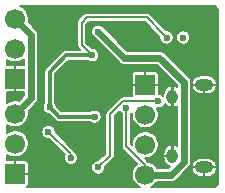
<source format=gbr>
G04 #@! TF.GenerationSoftware,KiCad,Pcbnew,5.1.0-060a0da~80~ubuntu18.04.1*
G04 #@! TF.CreationDate,2019-04-03T19:32:02+02:00*
G04 #@! TF.ProjectId,mav_sbus_bridge,6d61765f-7362-4757-935f-627269646765,rev?*
G04 #@! TF.SameCoordinates,Original*
G04 #@! TF.FileFunction,Copper,L2,Bot*
G04 #@! TF.FilePolarity,Positive*
%FSLAX46Y46*%
G04 Gerber Fmt 4.6, Leading zero omitted, Abs format (unit mm)*
G04 Created by KiCad (PCBNEW 5.1.0-060a0da~80~ubuntu18.04.1) date 2019-04-03 19:32:02*
%MOMM*%
%LPD*%
G04 APERTURE LIST*
%ADD10O,0.950000X1.250000*%
%ADD11O,1.550000X1.000000*%
%ADD12C,1.700000*%
%ADD13R,1.700000X1.700000*%
%ADD14C,0.600000*%
%ADD15C,0.300000*%
%ADD16C,0.200000*%
%ADD17C,0.600000*%
G04 APERTURE END LIST*
D10*
X155300000Y-110500000D03*
X155300000Y-105500000D03*
D11*
X158000000Y-104500000D03*
X158000000Y-111500000D03*
D12*
X153000000Y-112120000D03*
X153000000Y-109580000D03*
X153000000Y-107040000D03*
D13*
X153000000Y-104500000D03*
D12*
X142000000Y-98920000D03*
X142000000Y-101460000D03*
D13*
X142000000Y-104000000D03*
D12*
X142000000Y-106960000D03*
X142000000Y-109500000D03*
D13*
X142000000Y-112040000D03*
D14*
X148200000Y-106200000D03*
X144600000Y-102600000D03*
X144200000Y-107300000D03*
X144800000Y-99000000D03*
X149200000Y-98100000D03*
X149800000Y-102800000D03*
X145600000Y-111500000D03*
X158800000Y-102800000D03*
X150600000Y-108000000D03*
X148300000Y-109100000D03*
X150600000Y-111600000D03*
X158800000Y-98700000D03*
X144900000Y-106400000D03*
X148500000Y-102000000D03*
X148700000Y-107200000D03*
X154799986Y-100500000D03*
X151400000Y-106500000D03*
X149000000Y-100000000D03*
X154100000Y-105900000D03*
X149000000Y-111500000D03*
X156200000Y-100500000D03*
X144800000Y-108500000D03*
X146700000Y-110700000D03*
D15*
X148500000Y-102000000D02*
X146300000Y-102000000D01*
X144900000Y-103400000D02*
X144900000Y-106000000D01*
X146300000Y-102000000D02*
X144900000Y-103400000D01*
X144900000Y-106000000D02*
X144900000Y-106400000D01*
X148275736Y-107200000D02*
X148700000Y-107200000D01*
X145700000Y-107200000D02*
X148275736Y-107200000D01*
X144900000Y-106400000D02*
X145700000Y-107200000D01*
D16*
X153099986Y-98800000D02*
X154499987Y-100200001D01*
X154499987Y-100200001D02*
X154799986Y-100500000D01*
X148051458Y-98800000D02*
X153099986Y-98800000D01*
X147599990Y-101099990D02*
X147599990Y-99251468D01*
X148500000Y-102000000D02*
X147599990Y-101099990D01*
X147599990Y-99251468D02*
X148051458Y-98800000D01*
D17*
X142849999Y-106110001D02*
X142000000Y-106960000D01*
X143350001Y-105609999D02*
X142849999Y-106110001D01*
X143350001Y-100270001D02*
X143350001Y-105609999D01*
X142000000Y-98920000D02*
X143350001Y-100270001D01*
D16*
X151400000Y-109711998D02*
X153000000Y-111311998D01*
X153000000Y-111311998D02*
X153000000Y-112120000D01*
X151400000Y-106500000D02*
X151400000Y-109711998D01*
D17*
X151200000Y-102200000D02*
X149000000Y-100000000D01*
X154200000Y-102200000D02*
X151200000Y-102200000D01*
X156300000Y-104300000D02*
X154200000Y-102200000D01*
X156300000Y-111028872D02*
X156300000Y-104300000D01*
X153000000Y-112120000D02*
X155208872Y-112120000D01*
X155208872Y-112120000D02*
X156300000Y-111028872D01*
D16*
X150000000Y-107011998D02*
X150000000Y-110500000D01*
X151121999Y-105889999D02*
X150000000Y-107011998D01*
X153665735Y-105889999D02*
X151121999Y-105889999D01*
X150000000Y-110500000D02*
X149000000Y-111500000D01*
X154100000Y-105900000D02*
X153675736Y-105900000D01*
X153675736Y-105900000D02*
X153665735Y-105889999D01*
X144800000Y-108500000D02*
X146700000Y-110400000D01*
X146700000Y-110400000D02*
X146700000Y-110700000D01*
G36*
X159175000Y-98134619D02*
G01*
X159175001Y-112865380D01*
X158865382Y-113175000D01*
X153458098Y-113175000D01*
X153544729Y-113139116D01*
X153733082Y-113013263D01*
X153893263Y-112853082D01*
X153982185Y-112720000D01*
X155179398Y-112720000D01*
X155208872Y-112722903D01*
X155238346Y-112720000D01*
X155326493Y-112711318D01*
X155439593Y-112677010D01*
X155543827Y-112621296D01*
X155635189Y-112546317D01*
X155653985Y-112523414D01*
X156547315Y-111630084D01*
X156935647Y-111630084D01*
X156939396Y-111651169D01*
X156983983Y-111801528D01*
X157057047Y-111940299D01*
X157155780Y-112062150D01*
X157276387Y-112162398D01*
X157414234Y-112237190D01*
X157564024Y-112283653D01*
X157720000Y-112300000D01*
X157995000Y-112300000D01*
X157995000Y-111505000D01*
X158005000Y-111505000D01*
X158005000Y-112300000D01*
X158280000Y-112300000D01*
X158435976Y-112283653D01*
X158585766Y-112237190D01*
X158723613Y-112162398D01*
X158844220Y-112062150D01*
X158942953Y-111940299D01*
X159016017Y-111801528D01*
X159060604Y-111651169D01*
X159064353Y-111630084D01*
X158999983Y-111505000D01*
X158005000Y-111505000D01*
X157995000Y-111505000D01*
X157000017Y-111505000D01*
X156935647Y-111630084D01*
X156547315Y-111630084D01*
X156703420Y-111473980D01*
X156726317Y-111455189D01*
X156796298Y-111369916D01*
X156935647Y-111369916D01*
X157000017Y-111495000D01*
X157995000Y-111495000D01*
X157995000Y-111475000D01*
X158005000Y-111475000D01*
X158005000Y-111495000D01*
X158999983Y-111495000D01*
X159064353Y-111369916D01*
X159060604Y-111348831D01*
X159016017Y-111198472D01*
X158942953Y-111059701D01*
X158844220Y-110937850D01*
X158723613Y-110837602D01*
X158585766Y-110762810D01*
X158435976Y-110716347D01*
X158280000Y-110700000D01*
X157720000Y-110700000D01*
X157564024Y-110716347D01*
X157414234Y-110762810D01*
X157276387Y-110837602D01*
X157155780Y-110937850D01*
X157057047Y-111059701D01*
X156983983Y-111198472D01*
X156939396Y-111348831D01*
X156935647Y-111369916D01*
X156796298Y-111369916D01*
X156801296Y-111363827D01*
X156857010Y-111259593D01*
X156891318Y-111146493D01*
X156892825Y-111131190D01*
X156902903Y-111028873D01*
X156900000Y-110999399D01*
X156900000Y-104630084D01*
X156935647Y-104630084D01*
X156939396Y-104651169D01*
X156983983Y-104801528D01*
X157057047Y-104940299D01*
X157155780Y-105062150D01*
X157276387Y-105162398D01*
X157414234Y-105237190D01*
X157564024Y-105283653D01*
X157720000Y-105300000D01*
X157995000Y-105300000D01*
X157995000Y-104505000D01*
X158005000Y-104505000D01*
X158005000Y-105300000D01*
X158280000Y-105300000D01*
X158435976Y-105283653D01*
X158585766Y-105237190D01*
X158723613Y-105162398D01*
X158844220Y-105062150D01*
X158942953Y-104940299D01*
X159016017Y-104801528D01*
X159060604Y-104651169D01*
X159064353Y-104630084D01*
X158999983Y-104505000D01*
X158005000Y-104505000D01*
X157995000Y-104505000D01*
X157000017Y-104505000D01*
X156935647Y-104630084D01*
X156900000Y-104630084D01*
X156900000Y-104369916D01*
X156935647Y-104369916D01*
X157000017Y-104495000D01*
X157995000Y-104495000D01*
X157995000Y-104475000D01*
X158005000Y-104475000D01*
X158005000Y-104495000D01*
X158999983Y-104495000D01*
X159064353Y-104369916D01*
X159060604Y-104348831D01*
X159016017Y-104198472D01*
X158942953Y-104059701D01*
X158844220Y-103937850D01*
X158723613Y-103837602D01*
X158585766Y-103762810D01*
X158435976Y-103716347D01*
X158280000Y-103700000D01*
X157720000Y-103700000D01*
X157564024Y-103716347D01*
X157414234Y-103762810D01*
X157276387Y-103837602D01*
X157155780Y-103937850D01*
X157057047Y-104059701D01*
X156983983Y-104198472D01*
X156939396Y-104348831D01*
X156935647Y-104369916D01*
X156900000Y-104369916D01*
X156900000Y-104329465D01*
X156902902Y-104299999D01*
X156900000Y-104270533D01*
X156900000Y-104270526D01*
X156891318Y-104182379D01*
X156857010Y-104069279D01*
X156801296Y-103965045D01*
X156726317Y-103873683D01*
X156703419Y-103854891D01*
X154645113Y-101796586D01*
X154626317Y-101773683D01*
X154534955Y-101698704D01*
X154430721Y-101642990D01*
X154317621Y-101608682D01*
X154229474Y-101600000D01*
X154200000Y-101597097D01*
X154170526Y-101600000D01*
X151448528Y-101600000D01*
X149466052Y-99617525D01*
X149466050Y-99617522D01*
X149382478Y-99533950D01*
X149357842Y-99517489D01*
X149334954Y-99498705D01*
X149308843Y-99484748D01*
X149284207Y-99468287D01*
X149256834Y-99456949D01*
X149230721Y-99442991D01*
X149202384Y-99434395D01*
X149175014Y-99423058D01*
X149145958Y-99417278D01*
X149117620Y-99408682D01*
X149088149Y-99405779D01*
X149059095Y-99400000D01*
X149029474Y-99400000D01*
X149000000Y-99397097D01*
X148970526Y-99400000D01*
X148940905Y-99400000D01*
X148911851Y-99405779D01*
X148882380Y-99408682D01*
X148854042Y-99417278D01*
X148824986Y-99423058D01*
X148797616Y-99434395D01*
X148769279Y-99442991D01*
X148743166Y-99456949D01*
X148715793Y-99468287D01*
X148691157Y-99484748D01*
X148665046Y-99498705D01*
X148642159Y-99517488D01*
X148617522Y-99533950D01*
X148596571Y-99554901D01*
X148573684Y-99573684D01*
X148554901Y-99596571D01*
X148533950Y-99617522D01*
X148517488Y-99642159D01*
X148498705Y-99665046D01*
X148484748Y-99691157D01*
X148468287Y-99715793D01*
X148456949Y-99743166D01*
X148442991Y-99769279D01*
X148434395Y-99797616D01*
X148423058Y-99824986D01*
X148417278Y-99854042D01*
X148408682Y-99882380D01*
X148405779Y-99911851D01*
X148400000Y-99940905D01*
X148400000Y-99970526D01*
X148397097Y-100000000D01*
X148400000Y-100029474D01*
X148400000Y-100059095D01*
X148405779Y-100088149D01*
X148408682Y-100117620D01*
X148417278Y-100145958D01*
X148423058Y-100175014D01*
X148434395Y-100202384D01*
X148442991Y-100230721D01*
X148456949Y-100256834D01*
X148468287Y-100284207D01*
X148484748Y-100308843D01*
X148498705Y-100334954D01*
X148517489Y-100357842D01*
X148533950Y-100382478D01*
X148617522Y-100466050D01*
X148617525Y-100466052D01*
X150754891Y-102603419D01*
X150773683Y-102626317D01*
X150865045Y-102701296D01*
X150932971Y-102737603D01*
X150969278Y-102757010D01*
X151082379Y-102791318D01*
X151200000Y-102802903D01*
X151229474Y-102800000D01*
X153951473Y-102800000D01*
X155700001Y-104548529D01*
X155700001Y-104688937D01*
X155591960Y-104632081D01*
X155446291Y-104588917D01*
X155426173Y-104585340D01*
X155305000Y-104650018D01*
X155305000Y-105495000D01*
X155325000Y-105495000D01*
X155325000Y-105505000D01*
X155305000Y-105505000D01*
X155305000Y-106349982D01*
X155426173Y-106414660D01*
X155446291Y-106411083D01*
X155591960Y-106367919D01*
X155700001Y-106311063D01*
X155700000Y-109688937D01*
X155591960Y-109632081D01*
X155446291Y-109588917D01*
X155426173Y-109585340D01*
X155305000Y-109650018D01*
X155305000Y-110495000D01*
X155325000Y-110495000D01*
X155325000Y-110505000D01*
X155305000Y-110505000D01*
X155305000Y-110525000D01*
X155295000Y-110525000D01*
X155295000Y-110505000D01*
X154525000Y-110505000D01*
X154525000Y-110655000D01*
X154540867Y-110806099D01*
X154585907Y-110951199D01*
X154658389Y-111084724D01*
X154755528Y-111201543D01*
X154873591Y-111297166D01*
X155008040Y-111367919D01*
X155088565Y-111391780D01*
X154960345Y-111520000D01*
X153982185Y-111520000D01*
X153893263Y-111386918D01*
X153733082Y-111226737D01*
X153544729Y-111100884D01*
X153335443Y-111014194D01*
X153251105Y-110997418D01*
X152983687Y-110730000D01*
X153113265Y-110730000D01*
X153335443Y-110685806D01*
X153544729Y-110599116D01*
X153733082Y-110473263D01*
X153861345Y-110345000D01*
X154525000Y-110345000D01*
X154525000Y-110495000D01*
X155295000Y-110495000D01*
X155295000Y-109650018D01*
X155173827Y-109585340D01*
X155153709Y-109588917D01*
X155008040Y-109632081D01*
X154873591Y-109702834D01*
X154755528Y-109798457D01*
X154658389Y-109915276D01*
X154585907Y-110048801D01*
X154540867Y-110193901D01*
X154525000Y-110345000D01*
X153861345Y-110345000D01*
X153893263Y-110313082D01*
X154019116Y-110124729D01*
X154105806Y-109915443D01*
X154150000Y-109693265D01*
X154150000Y-109466735D01*
X154105806Y-109244557D01*
X154019116Y-109035271D01*
X153893263Y-108846918D01*
X153733082Y-108686737D01*
X153544729Y-108560884D01*
X153335443Y-108474194D01*
X153113265Y-108430000D01*
X152886735Y-108430000D01*
X152664557Y-108474194D01*
X152455271Y-108560884D01*
X152266918Y-108686737D01*
X152106737Y-108846918D01*
X151980884Y-109035271D01*
X151894194Y-109244557D01*
X151850000Y-109466735D01*
X151850000Y-109596313D01*
X151800000Y-109546313D01*
X151800000Y-106948528D01*
X151857004Y-106891524D01*
X151850000Y-106926735D01*
X151850000Y-107153265D01*
X151894194Y-107375443D01*
X151980884Y-107584729D01*
X152106737Y-107773082D01*
X152266918Y-107933263D01*
X152455271Y-108059116D01*
X152664557Y-108145806D01*
X152886735Y-108190000D01*
X153113265Y-108190000D01*
X153335443Y-108145806D01*
X153544729Y-108059116D01*
X153733082Y-107933263D01*
X153893263Y-107773082D01*
X154019116Y-107584729D01*
X154105806Y-107375443D01*
X154150000Y-107153265D01*
X154150000Y-106926735D01*
X154105806Y-106704557D01*
X154019294Y-106495701D01*
X154040905Y-106500000D01*
X154159095Y-106500000D01*
X154275014Y-106476942D01*
X154384207Y-106431713D01*
X154482478Y-106366050D01*
X154566050Y-106282478D01*
X154631713Y-106184207D01*
X154668088Y-106096389D01*
X154755528Y-106201543D01*
X154873591Y-106297166D01*
X155008040Y-106367919D01*
X155153709Y-106411083D01*
X155173827Y-106414660D01*
X155295000Y-106349982D01*
X155295000Y-105505000D01*
X155275000Y-105505000D01*
X155275000Y-105495000D01*
X155295000Y-105495000D01*
X155295000Y-104650018D01*
X155173827Y-104585340D01*
X155153709Y-104588917D01*
X155008040Y-104632081D01*
X154873591Y-104702834D01*
X154755528Y-104798457D01*
X154658389Y-104915276D01*
X154585907Y-105048801D01*
X154540867Y-105193901D01*
X154525000Y-105345000D01*
X154525000Y-105476472D01*
X154482478Y-105433950D01*
X154384207Y-105368287D01*
X154275014Y-105323058D01*
X154159095Y-105300000D01*
X154151358Y-105300000D01*
X154150000Y-104580000D01*
X154075000Y-104505000D01*
X153005000Y-104505000D01*
X153005000Y-104525000D01*
X152995000Y-104525000D01*
X152995000Y-104505000D01*
X151925000Y-104505000D01*
X151850000Y-104580000D01*
X151848548Y-105350000D01*
X151854340Y-105408810D01*
X151871495Y-105465361D01*
X151884664Y-105489999D01*
X151141634Y-105489999D01*
X151121998Y-105488065D01*
X151102362Y-105489999D01*
X151102352Y-105489999D01*
X151043585Y-105495787D01*
X150968185Y-105518659D01*
X150898696Y-105555802D01*
X150886510Y-105565803D01*
X150853048Y-105593264D01*
X150853046Y-105593266D01*
X150837788Y-105605788D01*
X150825266Y-105621046D01*
X149731052Y-106715261D01*
X149715789Y-106727787D01*
X149665803Y-106788696D01*
X149628660Y-106858185D01*
X149621963Y-106880263D01*
X149605788Y-106933585D01*
X149598065Y-107011998D01*
X149600000Y-107031645D01*
X149600001Y-110334314D01*
X149034315Y-110900000D01*
X148940905Y-110900000D01*
X148824986Y-110923058D01*
X148715793Y-110968287D01*
X148617522Y-111033950D01*
X148533950Y-111117522D01*
X148468287Y-111215793D01*
X148423058Y-111324986D01*
X148400000Y-111440905D01*
X148400000Y-111559095D01*
X148423058Y-111675014D01*
X148468287Y-111784207D01*
X148533950Y-111882478D01*
X148617522Y-111966050D01*
X148715793Y-112031713D01*
X148824986Y-112076942D01*
X148940905Y-112100000D01*
X149059095Y-112100000D01*
X149175014Y-112076942D01*
X149284207Y-112031713D01*
X149382478Y-111966050D01*
X149466050Y-111882478D01*
X149531713Y-111784207D01*
X149576942Y-111675014D01*
X149600000Y-111559095D01*
X149600000Y-111465685D01*
X150268948Y-110796737D01*
X150284211Y-110784211D01*
X150334197Y-110723303D01*
X150371340Y-110653814D01*
X150394212Y-110578414D01*
X150400000Y-110519647D01*
X150401935Y-110500000D01*
X150400000Y-110480353D01*
X150400000Y-107177683D01*
X150846376Y-106731308D01*
X150868287Y-106784207D01*
X150933950Y-106882478D01*
X151000000Y-106948528D01*
X151000001Y-109692342D01*
X150998065Y-109711998D01*
X151005788Y-109790411D01*
X151028661Y-109865812D01*
X151065803Y-109935300D01*
X151103265Y-109980948D01*
X151103268Y-109980951D01*
X151115790Y-109996209D01*
X151131048Y-110008731D01*
X152316155Y-111193838D01*
X152266918Y-111226737D01*
X152106737Y-111386918D01*
X151980884Y-111575271D01*
X151894194Y-111784557D01*
X151850000Y-112006735D01*
X151850000Y-112233265D01*
X151894194Y-112455443D01*
X151980884Y-112664729D01*
X152106737Y-112853082D01*
X152266918Y-113013263D01*
X152455271Y-113139116D01*
X152541902Y-113175000D01*
X142943950Y-113175000D01*
X142965361Y-113168505D01*
X143017478Y-113140648D01*
X143063159Y-113103159D01*
X143100648Y-113057478D01*
X143128505Y-113005361D01*
X143145660Y-112948810D01*
X143151452Y-112890000D01*
X143150000Y-112120000D01*
X143075000Y-112045000D01*
X142005000Y-112045000D01*
X142005000Y-112065000D01*
X141995000Y-112065000D01*
X141995000Y-112045000D01*
X141975000Y-112045000D01*
X141975000Y-112035000D01*
X141995000Y-112035000D01*
X141995000Y-110965000D01*
X142005000Y-110965000D01*
X142005000Y-112035000D01*
X143075000Y-112035000D01*
X143150000Y-111960000D01*
X143151452Y-111190000D01*
X143145660Y-111131190D01*
X143128505Y-111074639D01*
X143100648Y-111022522D01*
X143063159Y-110976841D01*
X143017478Y-110939352D01*
X142965361Y-110911495D01*
X142908810Y-110894340D01*
X142850000Y-110888548D01*
X142080000Y-110890000D01*
X142005000Y-110965000D01*
X141995000Y-110965000D01*
X141920000Y-110890000D01*
X141325000Y-110888878D01*
X141325000Y-110432072D01*
X141455271Y-110519116D01*
X141664557Y-110605806D01*
X141886735Y-110650000D01*
X142113265Y-110650000D01*
X142335443Y-110605806D01*
X142544729Y-110519116D01*
X142733082Y-110393263D01*
X142893263Y-110233082D01*
X143019116Y-110044729D01*
X143105806Y-109835443D01*
X143150000Y-109613265D01*
X143150000Y-109386735D01*
X143105806Y-109164557D01*
X143019116Y-108955271D01*
X142893263Y-108766918D01*
X142733082Y-108606737D01*
X142544729Y-108480884D01*
X142448213Y-108440905D01*
X144200000Y-108440905D01*
X144200000Y-108559095D01*
X144223058Y-108675014D01*
X144268287Y-108784207D01*
X144333950Y-108882478D01*
X144417522Y-108966050D01*
X144515793Y-109031713D01*
X144624986Y-109076942D01*
X144740905Y-109100000D01*
X144834315Y-109100000D01*
X146162962Y-110428648D01*
X146123058Y-110524986D01*
X146100000Y-110640905D01*
X146100000Y-110759095D01*
X146123058Y-110875014D01*
X146168287Y-110984207D01*
X146233950Y-111082478D01*
X146317522Y-111166050D01*
X146415793Y-111231713D01*
X146524986Y-111276942D01*
X146640905Y-111300000D01*
X146759095Y-111300000D01*
X146875014Y-111276942D01*
X146984207Y-111231713D01*
X147082478Y-111166050D01*
X147166050Y-111082478D01*
X147231713Y-110984207D01*
X147276942Y-110875014D01*
X147300000Y-110759095D01*
X147300000Y-110640905D01*
X147276942Y-110524986D01*
X147231713Y-110415793D01*
X147166050Y-110317522D01*
X147082478Y-110233950D01*
X147054978Y-110215575D01*
X147034197Y-110176697D01*
X146996735Y-110131049D01*
X146996733Y-110131047D01*
X146984211Y-110115789D01*
X146968954Y-110103268D01*
X145400000Y-108534315D01*
X145400000Y-108440905D01*
X145376942Y-108324986D01*
X145331713Y-108215793D01*
X145266050Y-108117522D01*
X145182478Y-108033950D01*
X145084207Y-107968287D01*
X144975014Y-107923058D01*
X144859095Y-107900000D01*
X144740905Y-107900000D01*
X144624986Y-107923058D01*
X144515793Y-107968287D01*
X144417522Y-108033950D01*
X144333950Y-108117522D01*
X144268287Y-108215793D01*
X144223058Y-108324986D01*
X144200000Y-108440905D01*
X142448213Y-108440905D01*
X142335443Y-108394194D01*
X142113265Y-108350000D01*
X141886735Y-108350000D01*
X141664557Y-108394194D01*
X141455271Y-108480884D01*
X141325000Y-108567928D01*
X141325000Y-107892072D01*
X141455271Y-107979116D01*
X141664557Y-108065806D01*
X141886735Y-108110000D01*
X142113265Y-108110000D01*
X142335443Y-108065806D01*
X142544729Y-107979116D01*
X142733082Y-107853263D01*
X142893263Y-107693082D01*
X143019116Y-107504729D01*
X143105806Y-107295443D01*
X143150000Y-107073265D01*
X143150000Y-106846735D01*
X143118774Y-106689753D01*
X143295104Y-106513424D01*
X143295108Y-106513419D01*
X143467622Y-106340905D01*
X144300000Y-106340905D01*
X144300000Y-106459095D01*
X144323058Y-106575014D01*
X144368287Y-106684207D01*
X144433950Y-106782478D01*
X144517522Y-106866050D01*
X144615793Y-106931713D01*
X144724986Y-106976942D01*
X144840905Y-107000000D01*
X144863605Y-107000000D01*
X145366176Y-107502572D01*
X145380263Y-107519737D01*
X145397428Y-107533824D01*
X145397432Y-107533828D01*
X145448783Y-107575971D01*
X145526959Y-107617757D01*
X145611785Y-107643489D01*
X145677895Y-107650000D01*
X145677905Y-107650000D01*
X145700000Y-107652176D01*
X145722094Y-107650000D01*
X148301472Y-107650000D01*
X148317522Y-107666050D01*
X148415793Y-107731713D01*
X148524986Y-107776942D01*
X148640905Y-107800000D01*
X148759095Y-107800000D01*
X148875014Y-107776942D01*
X148984207Y-107731713D01*
X149082478Y-107666050D01*
X149166050Y-107582478D01*
X149231713Y-107484207D01*
X149276942Y-107375014D01*
X149300000Y-107259095D01*
X149300000Y-107140905D01*
X149276942Y-107024986D01*
X149231713Y-106915793D01*
X149166050Y-106817522D01*
X149082478Y-106733950D01*
X148984207Y-106668287D01*
X148875014Y-106623058D01*
X148759095Y-106600000D01*
X148640905Y-106600000D01*
X148524986Y-106623058D01*
X148415793Y-106668287D01*
X148317522Y-106733950D01*
X148301472Y-106750000D01*
X145886396Y-106750000D01*
X145500000Y-106363605D01*
X145500000Y-106340905D01*
X145476942Y-106224986D01*
X145431713Y-106115793D01*
X145366050Y-106017522D01*
X145350000Y-106001472D01*
X145350000Y-103650000D01*
X151848548Y-103650000D01*
X151850000Y-104420000D01*
X151925000Y-104495000D01*
X152995000Y-104495000D01*
X152995000Y-103425000D01*
X153005000Y-103425000D01*
X153005000Y-104495000D01*
X154075000Y-104495000D01*
X154150000Y-104420000D01*
X154151452Y-103650000D01*
X154145660Y-103591190D01*
X154128505Y-103534639D01*
X154100648Y-103482522D01*
X154063159Y-103436841D01*
X154017478Y-103399352D01*
X153965361Y-103371495D01*
X153908810Y-103354340D01*
X153850000Y-103348548D01*
X153080000Y-103350000D01*
X153005000Y-103425000D01*
X152995000Y-103425000D01*
X152920000Y-103350000D01*
X152150000Y-103348548D01*
X152091190Y-103354340D01*
X152034639Y-103371495D01*
X151982522Y-103399352D01*
X151936841Y-103436841D01*
X151899352Y-103482522D01*
X151871495Y-103534639D01*
X151854340Y-103591190D01*
X151848548Y-103650000D01*
X145350000Y-103650000D01*
X145350000Y-103586395D01*
X146486396Y-102450000D01*
X148101472Y-102450000D01*
X148117522Y-102466050D01*
X148215793Y-102531713D01*
X148324986Y-102576942D01*
X148440905Y-102600000D01*
X148559095Y-102600000D01*
X148675014Y-102576942D01*
X148784207Y-102531713D01*
X148882478Y-102466050D01*
X148966050Y-102382478D01*
X149031713Y-102284207D01*
X149076942Y-102175014D01*
X149100000Y-102059095D01*
X149100000Y-101940905D01*
X149076942Y-101824986D01*
X149031713Y-101715793D01*
X148966050Y-101617522D01*
X148882478Y-101533950D01*
X148784207Y-101468287D01*
X148675014Y-101423058D01*
X148559095Y-101400000D01*
X148465685Y-101400000D01*
X147999990Y-100934305D01*
X147999990Y-99417153D01*
X148217144Y-99200000D01*
X152934301Y-99200000D01*
X154199986Y-100465685D01*
X154199986Y-100559095D01*
X154223044Y-100675014D01*
X154268273Y-100784207D01*
X154333936Y-100882478D01*
X154417508Y-100966050D01*
X154515779Y-101031713D01*
X154624972Y-101076942D01*
X154740891Y-101100000D01*
X154859081Y-101100000D01*
X154975000Y-101076942D01*
X155084193Y-101031713D01*
X155182464Y-100966050D01*
X155266036Y-100882478D01*
X155331699Y-100784207D01*
X155376928Y-100675014D01*
X155399986Y-100559095D01*
X155399986Y-100440905D01*
X155600000Y-100440905D01*
X155600000Y-100559095D01*
X155623058Y-100675014D01*
X155668287Y-100784207D01*
X155733950Y-100882478D01*
X155817522Y-100966050D01*
X155915793Y-101031713D01*
X156024986Y-101076942D01*
X156140905Y-101100000D01*
X156259095Y-101100000D01*
X156375014Y-101076942D01*
X156484207Y-101031713D01*
X156582478Y-100966050D01*
X156666050Y-100882478D01*
X156731713Y-100784207D01*
X156776942Y-100675014D01*
X156800000Y-100559095D01*
X156800000Y-100440905D01*
X156776942Y-100324986D01*
X156731713Y-100215793D01*
X156666050Y-100117522D01*
X156582478Y-100033950D01*
X156484207Y-99968287D01*
X156375014Y-99923058D01*
X156259095Y-99900000D01*
X156140905Y-99900000D01*
X156024986Y-99923058D01*
X155915793Y-99968287D01*
X155817522Y-100033950D01*
X155733950Y-100117522D01*
X155668287Y-100215793D01*
X155623058Y-100324986D01*
X155600000Y-100440905D01*
X155399986Y-100440905D01*
X155376928Y-100324986D01*
X155331699Y-100215793D01*
X155266036Y-100117522D01*
X155182464Y-100033950D01*
X155084193Y-99968287D01*
X154975000Y-99923058D01*
X154859081Y-99900000D01*
X154765671Y-99900000D01*
X153396723Y-98531052D01*
X153384197Y-98515789D01*
X153323289Y-98465803D01*
X153253800Y-98428660D01*
X153178400Y-98405788D01*
X153119633Y-98400000D01*
X153119632Y-98400000D01*
X153099986Y-98398065D01*
X153080340Y-98400000D01*
X148071093Y-98400000D01*
X148051457Y-98398066D01*
X148031821Y-98400000D01*
X148031811Y-98400000D01*
X147973044Y-98405788D01*
X147897644Y-98428660D01*
X147828155Y-98465803D01*
X147828153Y-98465804D01*
X147828154Y-98465804D01*
X147782507Y-98503265D01*
X147782505Y-98503267D01*
X147767247Y-98515789D01*
X147754725Y-98531047D01*
X147331037Y-98954736D01*
X147315780Y-98967257D01*
X147303258Y-98982515D01*
X147303255Y-98982518D01*
X147265793Y-99028166D01*
X147228651Y-99097654D01*
X147205778Y-99173055D01*
X147198055Y-99251468D01*
X147199991Y-99271124D01*
X147199990Y-101080343D01*
X147198055Y-101099990D01*
X147199990Y-101119636D01*
X147205778Y-101178403D01*
X147228650Y-101253803D01*
X147265793Y-101323292D01*
X147315779Y-101384201D01*
X147331042Y-101396727D01*
X147484315Y-101550000D01*
X146322094Y-101550000D01*
X146300000Y-101547824D01*
X146277905Y-101550000D01*
X146277895Y-101550000D01*
X146211785Y-101556511D01*
X146126959Y-101582243D01*
X146048783Y-101624029D01*
X145997432Y-101666172D01*
X145997428Y-101666176D01*
X145980263Y-101680263D01*
X145966176Y-101697428D01*
X144597434Y-103066171D01*
X144580263Y-103080263D01*
X144566172Y-103097433D01*
X144524029Y-103148784D01*
X144482244Y-103226959D01*
X144482243Y-103226960D01*
X144456511Y-103311786D01*
X144450000Y-103377896D01*
X144450000Y-103377906D01*
X144447824Y-103400000D01*
X144450000Y-103422095D01*
X144450001Y-105977886D01*
X144450000Y-105977896D01*
X144450000Y-106001472D01*
X144433950Y-106017522D01*
X144368287Y-106115793D01*
X144323058Y-106224986D01*
X144300000Y-106340905D01*
X143467622Y-106340905D01*
X143753420Y-106055108D01*
X143776318Y-106036316D01*
X143851297Y-105944954D01*
X143907011Y-105840720D01*
X143919363Y-105800000D01*
X143941320Y-105727620D01*
X143952904Y-105609999D01*
X143950001Y-105580523D01*
X143950001Y-100299475D01*
X143952904Y-100270001D01*
X143941319Y-100152380D01*
X143907011Y-100039280D01*
X143886015Y-100000000D01*
X143851297Y-99935046D01*
X143776318Y-99843684D01*
X143753421Y-99824893D01*
X143118774Y-99190247D01*
X143150000Y-99033265D01*
X143150000Y-98806735D01*
X143105806Y-98584557D01*
X143019116Y-98375271D01*
X142893263Y-98186918D01*
X142733082Y-98026737D01*
X142544729Y-97900884D01*
X142361531Y-97825000D01*
X158865382Y-97825000D01*
X159175000Y-98134619D01*
X159175000Y-98134619D01*
G37*
X159175000Y-98134619D02*
X159175001Y-112865380D01*
X158865382Y-113175000D01*
X153458098Y-113175000D01*
X153544729Y-113139116D01*
X153733082Y-113013263D01*
X153893263Y-112853082D01*
X153982185Y-112720000D01*
X155179398Y-112720000D01*
X155208872Y-112722903D01*
X155238346Y-112720000D01*
X155326493Y-112711318D01*
X155439593Y-112677010D01*
X155543827Y-112621296D01*
X155635189Y-112546317D01*
X155653985Y-112523414D01*
X156547315Y-111630084D01*
X156935647Y-111630084D01*
X156939396Y-111651169D01*
X156983983Y-111801528D01*
X157057047Y-111940299D01*
X157155780Y-112062150D01*
X157276387Y-112162398D01*
X157414234Y-112237190D01*
X157564024Y-112283653D01*
X157720000Y-112300000D01*
X157995000Y-112300000D01*
X157995000Y-111505000D01*
X158005000Y-111505000D01*
X158005000Y-112300000D01*
X158280000Y-112300000D01*
X158435976Y-112283653D01*
X158585766Y-112237190D01*
X158723613Y-112162398D01*
X158844220Y-112062150D01*
X158942953Y-111940299D01*
X159016017Y-111801528D01*
X159060604Y-111651169D01*
X159064353Y-111630084D01*
X158999983Y-111505000D01*
X158005000Y-111505000D01*
X157995000Y-111505000D01*
X157000017Y-111505000D01*
X156935647Y-111630084D01*
X156547315Y-111630084D01*
X156703420Y-111473980D01*
X156726317Y-111455189D01*
X156796298Y-111369916D01*
X156935647Y-111369916D01*
X157000017Y-111495000D01*
X157995000Y-111495000D01*
X157995000Y-111475000D01*
X158005000Y-111475000D01*
X158005000Y-111495000D01*
X158999983Y-111495000D01*
X159064353Y-111369916D01*
X159060604Y-111348831D01*
X159016017Y-111198472D01*
X158942953Y-111059701D01*
X158844220Y-110937850D01*
X158723613Y-110837602D01*
X158585766Y-110762810D01*
X158435976Y-110716347D01*
X158280000Y-110700000D01*
X157720000Y-110700000D01*
X157564024Y-110716347D01*
X157414234Y-110762810D01*
X157276387Y-110837602D01*
X157155780Y-110937850D01*
X157057047Y-111059701D01*
X156983983Y-111198472D01*
X156939396Y-111348831D01*
X156935647Y-111369916D01*
X156796298Y-111369916D01*
X156801296Y-111363827D01*
X156857010Y-111259593D01*
X156891318Y-111146493D01*
X156892825Y-111131190D01*
X156902903Y-111028873D01*
X156900000Y-110999399D01*
X156900000Y-104630084D01*
X156935647Y-104630084D01*
X156939396Y-104651169D01*
X156983983Y-104801528D01*
X157057047Y-104940299D01*
X157155780Y-105062150D01*
X157276387Y-105162398D01*
X157414234Y-105237190D01*
X157564024Y-105283653D01*
X157720000Y-105300000D01*
X157995000Y-105300000D01*
X157995000Y-104505000D01*
X158005000Y-104505000D01*
X158005000Y-105300000D01*
X158280000Y-105300000D01*
X158435976Y-105283653D01*
X158585766Y-105237190D01*
X158723613Y-105162398D01*
X158844220Y-105062150D01*
X158942953Y-104940299D01*
X159016017Y-104801528D01*
X159060604Y-104651169D01*
X159064353Y-104630084D01*
X158999983Y-104505000D01*
X158005000Y-104505000D01*
X157995000Y-104505000D01*
X157000017Y-104505000D01*
X156935647Y-104630084D01*
X156900000Y-104630084D01*
X156900000Y-104369916D01*
X156935647Y-104369916D01*
X157000017Y-104495000D01*
X157995000Y-104495000D01*
X157995000Y-104475000D01*
X158005000Y-104475000D01*
X158005000Y-104495000D01*
X158999983Y-104495000D01*
X159064353Y-104369916D01*
X159060604Y-104348831D01*
X159016017Y-104198472D01*
X158942953Y-104059701D01*
X158844220Y-103937850D01*
X158723613Y-103837602D01*
X158585766Y-103762810D01*
X158435976Y-103716347D01*
X158280000Y-103700000D01*
X157720000Y-103700000D01*
X157564024Y-103716347D01*
X157414234Y-103762810D01*
X157276387Y-103837602D01*
X157155780Y-103937850D01*
X157057047Y-104059701D01*
X156983983Y-104198472D01*
X156939396Y-104348831D01*
X156935647Y-104369916D01*
X156900000Y-104369916D01*
X156900000Y-104329465D01*
X156902902Y-104299999D01*
X156900000Y-104270533D01*
X156900000Y-104270526D01*
X156891318Y-104182379D01*
X156857010Y-104069279D01*
X156801296Y-103965045D01*
X156726317Y-103873683D01*
X156703419Y-103854891D01*
X154645113Y-101796586D01*
X154626317Y-101773683D01*
X154534955Y-101698704D01*
X154430721Y-101642990D01*
X154317621Y-101608682D01*
X154229474Y-101600000D01*
X154200000Y-101597097D01*
X154170526Y-101600000D01*
X151448528Y-101600000D01*
X149466052Y-99617525D01*
X149466050Y-99617522D01*
X149382478Y-99533950D01*
X149357842Y-99517489D01*
X149334954Y-99498705D01*
X149308843Y-99484748D01*
X149284207Y-99468287D01*
X149256834Y-99456949D01*
X149230721Y-99442991D01*
X149202384Y-99434395D01*
X149175014Y-99423058D01*
X149145958Y-99417278D01*
X149117620Y-99408682D01*
X149088149Y-99405779D01*
X149059095Y-99400000D01*
X149029474Y-99400000D01*
X149000000Y-99397097D01*
X148970526Y-99400000D01*
X148940905Y-99400000D01*
X148911851Y-99405779D01*
X148882380Y-99408682D01*
X148854042Y-99417278D01*
X148824986Y-99423058D01*
X148797616Y-99434395D01*
X148769279Y-99442991D01*
X148743166Y-99456949D01*
X148715793Y-99468287D01*
X148691157Y-99484748D01*
X148665046Y-99498705D01*
X148642159Y-99517488D01*
X148617522Y-99533950D01*
X148596571Y-99554901D01*
X148573684Y-99573684D01*
X148554901Y-99596571D01*
X148533950Y-99617522D01*
X148517488Y-99642159D01*
X148498705Y-99665046D01*
X148484748Y-99691157D01*
X148468287Y-99715793D01*
X148456949Y-99743166D01*
X148442991Y-99769279D01*
X148434395Y-99797616D01*
X148423058Y-99824986D01*
X148417278Y-99854042D01*
X148408682Y-99882380D01*
X148405779Y-99911851D01*
X148400000Y-99940905D01*
X148400000Y-99970526D01*
X148397097Y-100000000D01*
X148400000Y-100029474D01*
X148400000Y-100059095D01*
X148405779Y-100088149D01*
X148408682Y-100117620D01*
X148417278Y-100145958D01*
X148423058Y-100175014D01*
X148434395Y-100202384D01*
X148442991Y-100230721D01*
X148456949Y-100256834D01*
X148468287Y-100284207D01*
X148484748Y-100308843D01*
X148498705Y-100334954D01*
X148517489Y-100357842D01*
X148533950Y-100382478D01*
X148617522Y-100466050D01*
X148617525Y-100466052D01*
X150754891Y-102603419D01*
X150773683Y-102626317D01*
X150865045Y-102701296D01*
X150932971Y-102737603D01*
X150969278Y-102757010D01*
X151082379Y-102791318D01*
X151200000Y-102802903D01*
X151229474Y-102800000D01*
X153951473Y-102800000D01*
X155700001Y-104548529D01*
X155700001Y-104688937D01*
X155591960Y-104632081D01*
X155446291Y-104588917D01*
X155426173Y-104585340D01*
X155305000Y-104650018D01*
X155305000Y-105495000D01*
X155325000Y-105495000D01*
X155325000Y-105505000D01*
X155305000Y-105505000D01*
X155305000Y-106349982D01*
X155426173Y-106414660D01*
X155446291Y-106411083D01*
X155591960Y-106367919D01*
X155700001Y-106311063D01*
X155700000Y-109688937D01*
X155591960Y-109632081D01*
X155446291Y-109588917D01*
X155426173Y-109585340D01*
X155305000Y-109650018D01*
X155305000Y-110495000D01*
X155325000Y-110495000D01*
X155325000Y-110505000D01*
X155305000Y-110505000D01*
X155305000Y-110525000D01*
X155295000Y-110525000D01*
X155295000Y-110505000D01*
X154525000Y-110505000D01*
X154525000Y-110655000D01*
X154540867Y-110806099D01*
X154585907Y-110951199D01*
X154658389Y-111084724D01*
X154755528Y-111201543D01*
X154873591Y-111297166D01*
X155008040Y-111367919D01*
X155088565Y-111391780D01*
X154960345Y-111520000D01*
X153982185Y-111520000D01*
X153893263Y-111386918D01*
X153733082Y-111226737D01*
X153544729Y-111100884D01*
X153335443Y-111014194D01*
X153251105Y-110997418D01*
X152983687Y-110730000D01*
X153113265Y-110730000D01*
X153335443Y-110685806D01*
X153544729Y-110599116D01*
X153733082Y-110473263D01*
X153861345Y-110345000D01*
X154525000Y-110345000D01*
X154525000Y-110495000D01*
X155295000Y-110495000D01*
X155295000Y-109650018D01*
X155173827Y-109585340D01*
X155153709Y-109588917D01*
X155008040Y-109632081D01*
X154873591Y-109702834D01*
X154755528Y-109798457D01*
X154658389Y-109915276D01*
X154585907Y-110048801D01*
X154540867Y-110193901D01*
X154525000Y-110345000D01*
X153861345Y-110345000D01*
X153893263Y-110313082D01*
X154019116Y-110124729D01*
X154105806Y-109915443D01*
X154150000Y-109693265D01*
X154150000Y-109466735D01*
X154105806Y-109244557D01*
X154019116Y-109035271D01*
X153893263Y-108846918D01*
X153733082Y-108686737D01*
X153544729Y-108560884D01*
X153335443Y-108474194D01*
X153113265Y-108430000D01*
X152886735Y-108430000D01*
X152664557Y-108474194D01*
X152455271Y-108560884D01*
X152266918Y-108686737D01*
X152106737Y-108846918D01*
X151980884Y-109035271D01*
X151894194Y-109244557D01*
X151850000Y-109466735D01*
X151850000Y-109596313D01*
X151800000Y-109546313D01*
X151800000Y-106948528D01*
X151857004Y-106891524D01*
X151850000Y-106926735D01*
X151850000Y-107153265D01*
X151894194Y-107375443D01*
X151980884Y-107584729D01*
X152106737Y-107773082D01*
X152266918Y-107933263D01*
X152455271Y-108059116D01*
X152664557Y-108145806D01*
X152886735Y-108190000D01*
X153113265Y-108190000D01*
X153335443Y-108145806D01*
X153544729Y-108059116D01*
X153733082Y-107933263D01*
X153893263Y-107773082D01*
X154019116Y-107584729D01*
X154105806Y-107375443D01*
X154150000Y-107153265D01*
X154150000Y-106926735D01*
X154105806Y-106704557D01*
X154019294Y-106495701D01*
X154040905Y-106500000D01*
X154159095Y-106500000D01*
X154275014Y-106476942D01*
X154384207Y-106431713D01*
X154482478Y-106366050D01*
X154566050Y-106282478D01*
X154631713Y-106184207D01*
X154668088Y-106096389D01*
X154755528Y-106201543D01*
X154873591Y-106297166D01*
X155008040Y-106367919D01*
X155153709Y-106411083D01*
X155173827Y-106414660D01*
X155295000Y-106349982D01*
X155295000Y-105505000D01*
X155275000Y-105505000D01*
X155275000Y-105495000D01*
X155295000Y-105495000D01*
X155295000Y-104650018D01*
X155173827Y-104585340D01*
X155153709Y-104588917D01*
X155008040Y-104632081D01*
X154873591Y-104702834D01*
X154755528Y-104798457D01*
X154658389Y-104915276D01*
X154585907Y-105048801D01*
X154540867Y-105193901D01*
X154525000Y-105345000D01*
X154525000Y-105476472D01*
X154482478Y-105433950D01*
X154384207Y-105368287D01*
X154275014Y-105323058D01*
X154159095Y-105300000D01*
X154151358Y-105300000D01*
X154150000Y-104580000D01*
X154075000Y-104505000D01*
X153005000Y-104505000D01*
X153005000Y-104525000D01*
X152995000Y-104525000D01*
X152995000Y-104505000D01*
X151925000Y-104505000D01*
X151850000Y-104580000D01*
X151848548Y-105350000D01*
X151854340Y-105408810D01*
X151871495Y-105465361D01*
X151884664Y-105489999D01*
X151141634Y-105489999D01*
X151121998Y-105488065D01*
X151102362Y-105489999D01*
X151102352Y-105489999D01*
X151043585Y-105495787D01*
X150968185Y-105518659D01*
X150898696Y-105555802D01*
X150886510Y-105565803D01*
X150853048Y-105593264D01*
X150853046Y-105593266D01*
X150837788Y-105605788D01*
X150825266Y-105621046D01*
X149731052Y-106715261D01*
X149715789Y-106727787D01*
X149665803Y-106788696D01*
X149628660Y-106858185D01*
X149621963Y-106880263D01*
X149605788Y-106933585D01*
X149598065Y-107011998D01*
X149600000Y-107031645D01*
X149600001Y-110334314D01*
X149034315Y-110900000D01*
X148940905Y-110900000D01*
X148824986Y-110923058D01*
X148715793Y-110968287D01*
X148617522Y-111033950D01*
X148533950Y-111117522D01*
X148468287Y-111215793D01*
X148423058Y-111324986D01*
X148400000Y-111440905D01*
X148400000Y-111559095D01*
X148423058Y-111675014D01*
X148468287Y-111784207D01*
X148533950Y-111882478D01*
X148617522Y-111966050D01*
X148715793Y-112031713D01*
X148824986Y-112076942D01*
X148940905Y-112100000D01*
X149059095Y-112100000D01*
X149175014Y-112076942D01*
X149284207Y-112031713D01*
X149382478Y-111966050D01*
X149466050Y-111882478D01*
X149531713Y-111784207D01*
X149576942Y-111675014D01*
X149600000Y-111559095D01*
X149600000Y-111465685D01*
X150268948Y-110796737D01*
X150284211Y-110784211D01*
X150334197Y-110723303D01*
X150371340Y-110653814D01*
X150394212Y-110578414D01*
X150400000Y-110519647D01*
X150401935Y-110500000D01*
X150400000Y-110480353D01*
X150400000Y-107177683D01*
X150846376Y-106731308D01*
X150868287Y-106784207D01*
X150933950Y-106882478D01*
X151000000Y-106948528D01*
X151000001Y-109692342D01*
X150998065Y-109711998D01*
X151005788Y-109790411D01*
X151028661Y-109865812D01*
X151065803Y-109935300D01*
X151103265Y-109980948D01*
X151103268Y-109980951D01*
X151115790Y-109996209D01*
X151131048Y-110008731D01*
X152316155Y-111193838D01*
X152266918Y-111226737D01*
X152106737Y-111386918D01*
X151980884Y-111575271D01*
X151894194Y-111784557D01*
X151850000Y-112006735D01*
X151850000Y-112233265D01*
X151894194Y-112455443D01*
X151980884Y-112664729D01*
X152106737Y-112853082D01*
X152266918Y-113013263D01*
X152455271Y-113139116D01*
X152541902Y-113175000D01*
X142943950Y-113175000D01*
X142965361Y-113168505D01*
X143017478Y-113140648D01*
X143063159Y-113103159D01*
X143100648Y-113057478D01*
X143128505Y-113005361D01*
X143145660Y-112948810D01*
X143151452Y-112890000D01*
X143150000Y-112120000D01*
X143075000Y-112045000D01*
X142005000Y-112045000D01*
X142005000Y-112065000D01*
X141995000Y-112065000D01*
X141995000Y-112045000D01*
X141975000Y-112045000D01*
X141975000Y-112035000D01*
X141995000Y-112035000D01*
X141995000Y-110965000D01*
X142005000Y-110965000D01*
X142005000Y-112035000D01*
X143075000Y-112035000D01*
X143150000Y-111960000D01*
X143151452Y-111190000D01*
X143145660Y-111131190D01*
X143128505Y-111074639D01*
X143100648Y-111022522D01*
X143063159Y-110976841D01*
X143017478Y-110939352D01*
X142965361Y-110911495D01*
X142908810Y-110894340D01*
X142850000Y-110888548D01*
X142080000Y-110890000D01*
X142005000Y-110965000D01*
X141995000Y-110965000D01*
X141920000Y-110890000D01*
X141325000Y-110888878D01*
X141325000Y-110432072D01*
X141455271Y-110519116D01*
X141664557Y-110605806D01*
X141886735Y-110650000D01*
X142113265Y-110650000D01*
X142335443Y-110605806D01*
X142544729Y-110519116D01*
X142733082Y-110393263D01*
X142893263Y-110233082D01*
X143019116Y-110044729D01*
X143105806Y-109835443D01*
X143150000Y-109613265D01*
X143150000Y-109386735D01*
X143105806Y-109164557D01*
X143019116Y-108955271D01*
X142893263Y-108766918D01*
X142733082Y-108606737D01*
X142544729Y-108480884D01*
X142448213Y-108440905D01*
X144200000Y-108440905D01*
X144200000Y-108559095D01*
X144223058Y-108675014D01*
X144268287Y-108784207D01*
X144333950Y-108882478D01*
X144417522Y-108966050D01*
X144515793Y-109031713D01*
X144624986Y-109076942D01*
X144740905Y-109100000D01*
X144834315Y-109100000D01*
X146162962Y-110428648D01*
X146123058Y-110524986D01*
X146100000Y-110640905D01*
X146100000Y-110759095D01*
X146123058Y-110875014D01*
X146168287Y-110984207D01*
X146233950Y-111082478D01*
X146317522Y-111166050D01*
X146415793Y-111231713D01*
X146524986Y-111276942D01*
X146640905Y-111300000D01*
X146759095Y-111300000D01*
X146875014Y-111276942D01*
X146984207Y-111231713D01*
X147082478Y-111166050D01*
X147166050Y-111082478D01*
X147231713Y-110984207D01*
X147276942Y-110875014D01*
X147300000Y-110759095D01*
X147300000Y-110640905D01*
X147276942Y-110524986D01*
X147231713Y-110415793D01*
X147166050Y-110317522D01*
X147082478Y-110233950D01*
X147054978Y-110215575D01*
X147034197Y-110176697D01*
X146996735Y-110131049D01*
X146996733Y-110131047D01*
X146984211Y-110115789D01*
X146968954Y-110103268D01*
X145400000Y-108534315D01*
X145400000Y-108440905D01*
X145376942Y-108324986D01*
X145331713Y-108215793D01*
X145266050Y-108117522D01*
X145182478Y-108033950D01*
X145084207Y-107968287D01*
X144975014Y-107923058D01*
X144859095Y-107900000D01*
X144740905Y-107900000D01*
X144624986Y-107923058D01*
X144515793Y-107968287D01*
X144417522Y-108033950D01*
X144333950Y-108117522D01*
X144268287Y-108215793D01*
X144223058Y-108324986D01*
X144200000Y-108440905D01*
X142448213Y-108440905D01*
X142335443Y-108394194D01*
X142113265Y-108350000D01*
X141886735Y-108350000D01*
X141664557Y-108394194D01*
X141455271Y-108480884D01*
X141325000Y-108567928D01*
X141325000Y-107892072D01*
X141455271Y-107979116D01*
X141664557Y-108065806D01*
X141886735Y-108110000D01*
X142113265Y-108110000D01*
X142335443Y-108065806D01*
X142544729Y-107979116D01*
X142733082Y-107853263D01*
X142893263Y-107693082D01*
X143019116Y-107504729D01*
X143105806Y-107295443D01*
X143150000Y-107073265D01*
X143150000Y-106846735D01*
X143118774Y-106689753D01*
X143295104Y-106513424D01*
X143295108Y-106513419D01*
X143467622Y-106340905D01*
X144300000Y-106340905D01*
X144300000Y-106459095D01*
X144323058Y-106575014D01*
X144368287Y-106684207D01*
X144433950Y-106782478D01*
X144517522Y-106866050D01*
X144615793Y-106931713D01*
X144724986Y-106976942D01*
X144840905Y-107000000D01*
X144863605Y-107000000D01*
X145366176Y-107502572D01*
X145380263Y-107519737D01*
X145397428Y-107533824D01*
X145397432Y-107533828D01*
X145448783Y-107575971D01*
X145526959Y-107617757D01*
X145611785Y-107643489D01*
X145677895Y-107650000D01*
X145677905Y-107650000D01*
X145700000Y-107652176D01*
X145722094Y-107650000D01*
X148301472Y-107650000D01*
X148317522Y-107666050D01*
X148415793Y-107731713D01*
X148524986Y-107776942D01*
X148640905Y-107800000D01*
X148759095Y-107800000D01*
X148875014Y-107776942D01*
X148984207Y-107731713D01*
X149082478Y-107666050D01*
X149166050Y-107582478D01*
X149231713Y-107484207D01*
X149276942Y-107375014D01*
X149300000Y-107259095D01*
X149300000Y-107140905D01*
X149276942Y-107024986D01*
X149231713Y-106915793D01*
X149166050Y-106817522D01*
X149082478Y-106733950D01*
X148984207Y-106668287D01*
X148875014Y-106623058D01*
X148759095Y-106600000D01*
X148640905Y-106600000D01*
X148524986Y-106623058D01*
X148415793Y-106668287D01*
X148317522Y-106733950D01*
X148301472Y-106750000D01*
X145886396Y-106750000D01*
X145500000Y-106363605D01*
X145500000Y-106340905D01*
X145476942Y-106224986D01*
X145431713Y-106115793D01*
X145366050Y-106017522D01*
X145350000Y-106001472D01*
X145350000Y-103650000D01*
X151848548Y-103650000D01*
X151850000Y-104420000D01*
X151925000Y-104495000D01*
X152995000Y-104495000D01*
X152995000Y-103425000D01*
X153005000Y-103425000D01*
X153005000Y-104495000D01*
X154075000Y-104495000D01*
X154150000Y-104420000D01*
X154151452Y-103650000D01*
X154145660Y-103591190D01*
X154128505Y-103534639D01*
X154100648Y-103482522D01*
X154063159Y-103436841D01*
X154017478Y-103399352D01*
X153965361Y-103371495D01*
X153908810Y-103354340D01*
X153850000Y-103348548D01*
X153080000Y-103350000D01*
X153005000Y-103425000D01*
X152995000Y-103425000D01*
X152920000Y-103350000D01*
X152150000Y-103348548D01*
X152091190Y-103354340D01*
X152034639Y-103371495D01*
X151982522Y-103399352D01*
X151936841Y-103436841D01*
X151899352Y-103482522D01*
X151871495Y-103534639D01*
X151854340Y-103591190D01*
X151848548Y-103650000D01*
X145350000Y-103650000D01*
X145350000Y-103586395D01*
X146486396Y-102450000D01*
X148101472Y-102450000D01*
X148117522Y-102466050D01*
X148215793Y-102531713D01*
X148324986Y-102576942D01*
X148440905Y-102600000D01*
X148559095Y-102600000D01*
X148675014Y-102576942D01*
X148784207Y-102531713D01*
X148882478Y-102466050D01*
X148966050Y-102382478D01*
X149031713Y-102284207D01*
X149076942Y-102175014D01*
X149100000Y-102059095D01*
X149100000Y-101940905D01*
X149076942Y-101824986D01*
X149031713Y-101715793D01*
X148966050Y-101617522D01*
X148882478Y-101533950D01*
X148784207Y-101468287D01*
X148675014Y-101423058D01*
X148559095Y-101400000D01*
X148465685Y-101400000D01*
X147999990Y-100934305D01*
X147999990Y-99417153D01*
X148217144Y-99200000D01*
X152934301Y-99200000D01*
X154199986Y-100465685D01*
X154199986Y-100559095D01*
X154223044Y-100675014D01*
X154268273Y-100784207D01*
X154333936Y-100882478D01*
X154417508Y-100966050D01*
X154515779Y-101031713D01*
X154624972Y-101076942D01*
X154740891Y-101100000D01*
X154859081Y-101100000D01*
X154975000Y-101076942D01*
X155084193Y-101031713D01*
X155182464Y-100966050D01*
X155266036Y-100882478D01*
X155331699Y-100784207D01*
X155376928Y-100675014D01*
X155399986Y-100559095D01*
X155399986Y-100440905D01*
X155600000Y-100440905D01*
X155600000Y-100559095D01*
X155623058Y-100675014D01*
X155668287Y-100784207D01*
X155733950Y-100882478D01*
X155817522Y-100966050D01*
X155915793Y-101031713D01*
X156024986Y-101076942D01*
X156140905Y-101100000D01*
X156259095Y-101100000D01*
X156375014Y-101076942D01*
X156484207Y-101031713D01*
X156582478Y-100966050D01*
X156666050Y-100882478D01*
X156731713Y-100784207D01*
X156776942Y-100675014D01*
X156800000Y-100559095D01*
X156800000Y-100440905D01*
X156776942Y-100324986D01*
X156731713Y-100215793D01*
X156666050Y-100117522D01*
X156582478Y-100033950D01*
X156484207Y-99968287D01*
X156375014Y-99923058D01*
X156259095Y-99900000D01*
X156140905Y-99900000D01*
X156024986Y-99923058D01*
X155915793Y-99968287D01*
X155817522Y-100033950D01*
X155733950Y-100117522D01*
X155668287Y-100215793D01*
X155623058Y-100324986D01*
X155600000Y-100440905D01*
X155399986Y-100440905D01*
X155376928Y-100324986D01*
X155331699Y-100215793D01*
X155266036Y-100117522D01*
X155182464Y-100033950D01*
X155084193Y-99968287D01*
X154975000Y-99923058D01*
X154859081Y-99900000D01*
X154765671Y-99900000D01*
X153396723Y-98531052D01*
X153384197Y-98515789D01*
X153323289Y-98465803D01*
X153253800Y-98428660D01*
X153178400Y-98405788D01*
X153119633Y-98400000D01*
X153119632Y-98400000D01*
X153099986Y-98398065D01*
X153080340Y-98400000D01*
X148071093Y-98400000D01*
X148051457Y-98398066D01*
X148031821Y-98400000D01*
X148031811Y-98400000D01*
X147973044Y-98405788D01*
X147897644Y-98428660D01*
X147828155Y-98465803D01*
X147828153Y-98465804D01*
X147828154Y-98465804D01*
X147782507Y-98503265D01*
X147782505Y-98503267D01*
X147767247Y-98515789D01*
X147754725Y-98531047D01*
X147331037Y-98954736D01*
X147315780Y-98967257D01*
X147303258Y-98982515D01*
X147303255Y-98982518D01*
X147265793Y-99028166D01*
X147228651Y-99097654D01*
X147205778Y-99173055D01*
X147198055Y-99251468D01*
X147199991Y-99271124D01*
X147199990Y-101080343D01*
X147198055Y-101099990D01*
X147199990Y-101119636D01*
X147205778Y-101178403D01*
X147228650Y-101253803D01*
X147265793Y-101323292D01*
X147315779Y-101384201D01*
X147331042Y-101396727D01*
X147484315Y-101550000D01*
X146322094Y-101550000D01*
X146300000Y-101547824D01*
X146277905Y-101550000D01*
X146277895Y-101550000D01*
X146211785Y-101556511D01*
X146126959Y-101582243D01*
X146048783Y-101624029D01*
X145997432Y-101666172D01*
X145997428Y-101666176D01*
X145980263Y-101680263D01*
X145966176Y-101697428D01*
X144597434Y-103066171D01*
X144580263Y-103080263D01*
X144566172Y-103097433D01*
X144524029Y-103148784D01*
X144482244Y-103226959D01*
X144482243Y-103226960D01*
X144456511Y-103311786D01*
X144450000Y-103377896D01*
X144450000Y-103377906D01*
X144447824Y-103400000D01*
X144450000Y-103422095D01*
X144450001Y-105977886D01*
X144450000Y-105977896D01*
X144450000Y-106001472D01*
X144433950Y-106017522D01*
X144368287Y-106115793D01*
X144323058Y-106224986D01*
X144300000Y-106340905D01*
X143467622Y-106340905D01*
X143753420Y-106055108D01*
X143776318Y-106036316D01*
X143851297Y-105944954D01*
X143907011Y-105840720D01*
X143919363Y-105800000D01*
X143941320Y-105727620D01*
X143952904Y-105609999D01*
X143950001Y-105580523D01*
X143950001Y-100299475D01*
X143952904Y-100270001D01*
X143941319Y-100152380D01*
X143907011Y-100039280D01*
X143886015Y-100000000D01*
X143851297Y-99935046D01*
X143776318Y-99843684D01*
X143753421Y-99824893D01*
X143118774Y-99190247D01*
X143150000Y-99033265D01*
X143150000Y-98806735D01*
X143105806Y-98584557D01*
X143019116Y-98375271D01*
X142893263Y-98186918D01*
X142733082Y-98026737D01*
X142544729Y-97900884D01*
X142361531Y-97825000D01*
X158865382Y-97825000D01*
X159175000Y-98134619D01*
G36*
X142750001Y-102848737D02*
G01*
X142080000Y-102850000D01*
X142005000Y-102925000D01*
X142005000Y-103995000D01*
X142025000Y-103995000D01*
X142025000Y-104005000D01*
X142005000Y-104005000D01*
X142005000Y-105075000D01*
X142080000Y-105150000D01*
X142750002Y-105151263D01*
X142750002Y-105361470D01*
X142446581Y-105664892D01*
X142446576Y-105664896D01*
X142270247Y-105841226D01*
X142113265Y-105810000D01*
X141886735Y-105810000D01*
X141664557Y-105854194D01*
X141455271Y-105940884D01*
X141325000Y-106027928D01*
X141325000Y-105151122D01*
X141920000Y-105150000D01*
X141995000Y-105075000D01*
X141995000Y-104005000D01*
X141975000Y-104005000D01*
X141975000Y-103995000D01*
X141995000Y-103995000D01*
X141995000Y-102925000D01*
X141920000Y-102850000D01*
X141325000Y-102848878D01*
X141325000Y-102392072D01*
X141455271Y-102479116D01*
X141664557Y-102565806D01*
X141886735Y-102610000D01*
X142113265Y-102610000D01*
X142335443Y-102565806D01*
X142544729Y-102479116D01*
X142733082Y-102353263D01*
X142750001Y-102336344D01*
X142750001Y-102848737D01*
X142750001Y-102848737D01*
G37*
X142750001Y-102848737D02*
X142080000Y-102850000D01*
X142005000Y-102925000D01*
X142005000Y-103995000D01*
X142025000Y-103995000D01*
X142025000Y-104005000D01*
X142005000Y-104005000D01*
X142005000Y-105075000D01*
X142080000Y-105150000D01*
X142750002Y-105151263D01*
X142750002Y-105361470D01*
X142446581Y-105664892D01*
X142446576Y-105664896D01*
X142270247Y-105841226D01*
X142113265Y-105810000D01*
X141886735Y-105810000D01*
X141664557Y-105854194D01*
X141455271Y-105940884D01*
X141325000Y-106027928D01*
X141325000Y-105151122D01*
X141920000Y-105150000D01*
X141995000Y-105075000D01*
X141995000Y-104005000D01*
X141975000Y-104005000D01*
X141975000Y-103995000D01*
X141995000Y-103995000D01*
X141995000Y-102925000D01*
X141920000Y-102850000D01*
X141325000Y-102848878D01*
X141325000Y-102392072D01*
X141455271Y-102479116D01*
X141664557Y-102565806D01*
X141886735Y-102610000D01*
X142113265Y-102610000D01*
X142335443Y-102565806D01*
X142544729Y-102479116D01*
X142733082Y-102353263D01*
X142750001Y-102336344D01*
X142750001Y-102848737D01*
M02*

</source>
